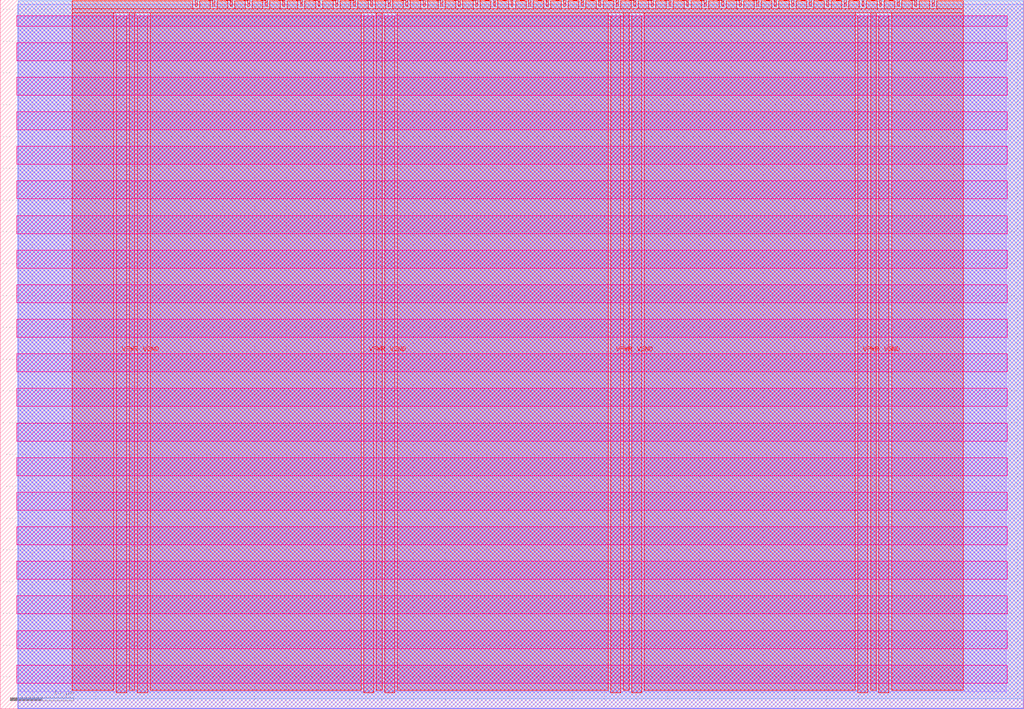
<source format=lef>
VERSION 5.7 ;
  NOWIREEXTENSIONATPIN ON ;
  DIVIDERCHAR "/" ;
  BUSBITCHARS "[]" ;
MACRO tt_um_rebeccargb_intercal_alu
  CLASS BLOCK ;
  FOREIGN tt_um_rebeccargb_intercal_alu ;
  ORIGIN 0.000 0.000 ;
  SIZE 161.000 BY 111.520 ;
  PIN VGND
    DIRECTION INOUT ;
    USE GROUND ;
    PORT
      LAYER met4 ;
        RECT 21.580 2.480 23.180 109.040 ;
    END
    PORT
      LAYER met4 ;
        RECT 60.450 2.480 62.050 109.040 ;
    END
    PORT
      LAYER met4 ;
        RECT 99.320 2.480 100.920 109.040 ;
    END
    PORT
      LAYER met4 ;
        RECT 138.190 2.480 139.790 109.040 ;
    END
  END VGND
  PIN VPWR
    DIRECTION INOUT ;
    USE POWER ;
    PORT
      LAYER met4 ;
        RECT 18.280 2.480 19.880 109.040 ;
    END
    PORT
      LAYER met4 ;
        RECT 57.150 2.480 58.750 109.040 ;
    END
    PORT
      LAYER met4 ;
        RECT 96.020 2.480 97.620 109.040 ;
    END
    PORT
      LAYER met4 ;
        RECT 134.890 2.480 136.490 109.040 ;
    END
  END VPWR
  PIN clk
    DIRECTION INPUT ;
    USE SIGNAL ;
    PORT
      LAYER met4 ;
        RECT 143.830 110.520 144.130 111.520 ;
    END
  END clk
  PIN ena
    DIRECTION INPUT ;
    USE SIGNAL ;
    PORT
      LAYER met4 ;
        RECT 146.590 110.520 146.890 111.520 ;
    END
  END ena
  PIN rst_n
    DIRECTION INPUT ;
    USE SIGNAL ;
    PORT
      LAYER met4 ;
        RECT 141.070 110.520 141.370 111.520 ;
    END
  END rst_n
  PIN ui_in[0]
    DIRECTION INPUT ;
    USE SIGNAL ;
    ANTENNAGATEAREA 0.196500 ;
    PORT
      LAYER met4 ;
        RECT 138.310 110.520 138.610 111.520 ;
    END
  END ui_in[0]
  PIN ui_in[1]
    DIRECTION INPUT ;
    USE SIGNAL ;
    ANTENNAGATEAREA 0.196500 ;
    PORT
      LAYER met4 ;
        RECT 135.550 110.520 135.850 111.520 ;
    END
  END ui_in[1]
  PIN ui_in[2]
    DIRECTION INPUT ;
    USE SIGNAL ;
    ANTENNAGATEAREA 0.213000 ;
    PORT
      LAYER met4 ;
        RECT 132.790 110.520 133.090 111.520 ;
    END
  END ui_in[2]
  PIN ui_in[3]
    DIRECTION INPUT ;
    USE SIGNAL ;
    ANTENNAGATEAREA 0.196500 ;
    PORT
      LAYER met4 ;
        RECT 130.030 110.520 130.330 111.520 ;
    END
  END ui_in[3]
  PIN ui_in[4]
    DIRECTION INPUT ;
    USE SIGNAL ;
    ANTENNAGATEAREA 0.126000 ;
    PORT
      LAYER met4 ;
        RECT 127.270 110.520 127.570 111.520 ;
    END
  END ui_in[4]
  PIN ui_in[5]
    DIRECTION INPUT ;
    USE SIGNAL ;
    ANTENNAGATEAREA 0.126000 ;
    PORT
      LAYER met4 ;
        RECT 124.510 110.520 124.810 111.520 ;
    END
  END ui_in[5]
  PIN ui_in[6]
    DIRECTION INPUT ;
    USE SIGNAL ;
    ANTENNAGATEAREA 0.126000 ;
    PORT
      LAYER met4 ;
        RECT 121.750 110.520 122.050 111.520 ;
    END
  END ui_in[6]
  PIN ui_in[7]
    DIRECTION INPUT ;
    USE SIGNAL ;
    ANTENNAGATEAREA 0.196500 ;
    PORT
      LAYER met4 ;
        RECT 118.990 110.520 119.290 111.520 ;
    END
  END ui_in[7]
  PIN uio_in[0]
    DIRECTION INPUT ;
    USE SIGNAL ;
    ANTENNAGATEAREA 0.213000 ;
    PORT
      LAYER met4 ;
        RECT 116.230 110.520 116.530 111.520 ;
    END
  END uio_in[0]
  PIN uio_in[1]
    DIRECTION INPUT ;
    USE SIGNAL ;
    ANTENNAGATEAREA 0.213000 ;
    PORT
      LAYER met4 ;
        RECT 113.470 110.520 113.770 111.520 ;
    END
  END uio_in[1]
  PIN uio_in[2]
    DIRECTION INPUT ;
    USE SIGNAL ;
    ANTENNAGATEAREA 0.213000 ;
    PORT
      LAYER met4 ;
        RECT 110.710 110.520 111.010 111.520 ;
    END
  END uio_in[2]
  PIN uio_in[3]
    DIRECTION INPUT ;
    USE SIGNAL ;
    ANTENNAGATEAREA 0.213000 ;
    PORT
      LAYER met4 ;
        RECT 107.950 110.520 108.250 111.520 ;
    END
  END uio_in[3]
  PIN uio_in[4]
    DIRECTION INPUT ;
    USE SIGNAL ;
    ANTENNAGATEAREA 0.213000 ;
    PORT
      LAYER met4 ;
        RECT 105.190 110.520 105.490 111.520 ;
    END
  END uio_in[4]
  PIN uio_in[5]
    DIRECTION INPUT ;
    USE SIGNAL ;
    ANTENNAGATEAREA 0.213000 ;
    PORT
      LAYER met4 ;
        RECT 102.430 110.520 102.730 111.520 ;
    END
  END uio_in[5]
  PIN uio_in[6]
    DIRECTION INPUT ;
    USE SIGNAL ;
    ANTENNAGATEAREA 0.213000 ;
    PORT
      LAYER met4 ;
        RECT 99.670 110.520 99.970 111.520 ;
    END
  END uio_in[6]
  PIN uio_in[7]
    DIRECTION INPUT ;
    USE SIGNAL ;
    ANTENNAGATEAREA 0.213000 ;
    PORT
      LAYER met4 ;
        RECT 96.910 110.520 97.210 111.520 ;
    END
  END uio_in[7]
  PIN uio_oe[0]
    DIRECTION OUTPUT ;
    USE SIGNAL ;
    ANTENNADIFFAREA 0.445500 ;
    PORT
      LAYER met4 ;
        RECT 49.990 110.520 50.290 111.520 ;
    END
  END uio_oe[0]
  PIN uio_oe[1]
    DIRECTION OUTPUT ;
    USE SIGNAL ;
    ANTENNADIFFAREA 0.445500 ;
    PORT
      LAYER met4 ;
        RECT 47.230 110.520 47.530 111.520 ;
    END
  END uio_oe[1]
  PIN uio_oe[2]
    DIRECTION OUTPUT ;
    USE SIGNAL ;
    ANTENNADIFFAREA 0.445500 ;
    PORT
      LAYER met4 ;
        RECT 44.470 110.520 44.770 111.520 ;
    END
  END uio_oe[2]
  PIN uio_oe[3]
    DIRECTION OUTPUT ;
    USE SIGNAL ;
    ANTENNADIFFAREA 0.445500 ;
    PORT
      LAYER met4 ;
        RECT 41.710 110.520 42.010 111.520 ;
    END
  END uio_oe[3]
  PIN uio_oe[4]
    DIRECTION OUTPUT ;
    USE SIGNAL ;
    ANTENNADIFFAREA 0.445500 ;
    PORT
      LAYER met4 ;
        RECT 38.950 110.520 39.250 111.520 ;
    END
  END uio_oe[4]
  PIN uio_oe[5]
    DIRECTION OUTPUT ;
    USE SIGNAL ;
    ANTENNADIFFAREA 0.445500 ;
    PORT
      LAYER met4 ;
        RECT 36.190 110.520 36.490 111.520 ;
    END
  END uio_oe[5]
  PIN uio_oe[6]
    DIRECTION OUTPUT ;
    USE SIGNAL ;
    ANTENNADIFFAREA 0.445500 ;
    PORT
      LAYER met4 ;
        RECT 33.430 110.520 33.730 111.520 ;
    END
  END uio_oe[6]
  PIN uio_oe[7]
    DIRECTION OUTPUT ;
    USE SIGNAL ;
    ANTENNAGATEAREA 1.113000 ;
    ANTENNADIFFAREA 1.075200 ;
    PORT
      LAYER met4 ;
        RECT 30.670 110.520 30.970 111.520 ;
    END
  END uio_oe[7]
  PIN uio_out[0]
    DIRECTION OUTPUT ;
    USE SIGNAL ;
    ANTENNAGATEAREA 0.159000 ;
    ANTENNADIFFAREA 0.891000 ;
    PORT
      LAYER met4 ;
        RECT 72.070 110.520 72.370 111.520 ;
    END
  END uio_out[0]
  PIN uio_out[1]
    DIRECTION OUTPUT ;
    USE SIGNAL ;
    ANTENNAGATEAREA 0.159000 ;
    ANTENNADIFFAREA 0.891000 ;
    PORT
      LAYER met4 ;
        RECT 69.310 110.520 69.610 111.520 ;
    END
  END uio_out[1]
  PIN uio_out[2]
    DIRECTION OUTPUT ;
    USE SIGNAL ;
    ANTENNAGATEAREA 0.159000 ;
    ANTENNADIFFAREA 0.891000 ;
    PORT
      LAYER met4 ;
        RECT 66.550 110.520 66.850 111.520 ;
    END
  END uio_out[2]
  PIN uio_out[3]
    DIRECTION OUTPUT ;
    USE SIGNAL ;
    ANTENNAGATEAREA 0.213000 ;
    ANTENNADIFFAREA 0.891000 ;
    PORT
      LAYER met4 ;
        RECT 63.790 110.520 64.090 111.520 ;
    END
  END uio_out[3]
  PIN uio_out[4]
    DIRECTION OUTPUT ;
    USE SIGNAL ;
    ANTENNAGATEAREA 0.159000 ;
    ANTENNADIFFAREA 1.484000 ;
    PORT
      LAYER met4 ;
        RECT 61.030 110.520 61.330 111.520 ;
    END
  END uio_out[4]
  PIN uio_out[5]
    DIRECTION OUTPUT ;
    USE SIGNAL ;
    ANTENNAGATEAREA 0.213000 ;
    ANTENNADIFFAREA 0.891000 ;
    PORT
      LAYER met4 ;
        RECT 58.270 110.520 58.570 111.520 ;
    END
  END uio_out[5]
  PIN uio_out[6]
    DIRECTION OUTPUT ;
    USE SIGNAL ;
    ANTENNAGATEAREA 0.159000 ;
    ANTENNADIFFAREA 0.891000 ;
    PORT
      LAYER met4 ;
        RECT 55.510 110.520 55.810 111.520 ;
    END
  END uio_out[6]
  PIN uio_out[7]
    DIRECTION OUTPUT ;
    USE SIGNAL ;
    ANTENNAGATEAREA 0.159000 ;
    ANTENNADIFFAREA 0.891000 ;
    PORT
      LAYER met4 ;
        RECT 52.750 110.520 53.050 111.520 ;
    END
  END uio_out[7]
  PIN uo_out[0]
    DIRECTION OUTPUT ;
    USE SIGNAL ;
    ANTENNADIFFAREA 0.445500 ;
    PORT
      LAYER met4 ;
        RECT 94.150 110.520 94.450 111.520 ;
    END
  END uo_out[0]
  PIN uo_out[1]
    DIRECTION OUTPUT ;
    USE SIGNAL ;
    ANTENNADIFFAREA 0.445500 ;
    PORT
      LAYER met4 ;
        RECT 91.390 110.520 91.690 111.520 ;
    END
  END uo_out[1]
  PIN uo_out[2]
    DIRECTION OUTPUT ;
    USE SIGNAL ;
    ANTENNADIFFAREA 0.445500 ;
    PORT
      LAYER met4 ;
        RECT 88.630 110.520 88.930 111.520 ;
    END
  END uo_out[2]
  PIN uo_out[3]
    DIRECTION OUTPUT ;
    USE SIGNAL ;
    ANTENNADIFFAREA 0.795200 ;
    PORT
      LAYER met4 ;
        RECT 85.870 110.520 86.170 111.520 ;
    END
  END uo_out[3]
  PIN uo_out[4]
    DIRECTION OUTPUT ;
    USE SIGNAL ;
    ANTENNADIFFAREA 0.445500 ;
    PORT
      LAYER met4 ;
        RECT 83.110 110.520 83.410 111.520 ;
    END
  END uo_out[4]
  PIN uo_out[5]
    DIRECTION OUTPUT ;
    USE SIGNAL ;
    ANTENNADIFFAREA 0.795200 ;
    PORT
      LAYER met4 ;
        RECT 80.350 110.520 80.650 111.520 ;
    END
  END uo_out[5]
  PIN uo_out[6]
    DIRECTION OUTPUT ;
    USE SIGNAL ;
    ANTENNADIFFAREA 0.445500 ;
    PORT
      LAYER met4 ;
        RECT 77.590 110.520 77.890 111.520 ;
    END
  END uo_out[6]
  PIN uo_out[7]
    DIRECTION OUTPUT ;
    USE SIGNAL ;
    ANTENNADIFFAREA 0.445500 ;
    PORT
      LAYER met4 ;
        RECT 74.830 110.520 75.130 111.520 ;
    END
  END uo_out[7]
  OBS
      LAYER nwell ;
        RECT 2.570 107.385 158.430 108.990 ;
        RECT 2.570 101.945 158.430 104.775 ;
        RECT 2.570 96.505 158.430 99.335 ;
        RECT 2.570 91.065 158.430 93.895 ;
        RECT 2.570 85.625 158.430 88.455 ;
        RECT 2.570 80.185 158.430 83.015 ;
        RECT 2.570 74.745 158.430 77.575 ;
        RECT 2.570 69.305 158.430 72.135 ;
        RECT 2.570 63.865 158.430 66.695 ;
        RECT 2.570 58.425 158.430 61.255 ;
        RECT 2.570 52.985 158.430 55.815 ;
        RECT 2.570 47.545 158.430 50.375 ;
        RECT 2.570 42.105 158.430 44.935 ;
        RECT 2.570 36.665 158.430 39.495 ;
        RECT 2.570 31.225 158.430 34.055 ;
        RECT 2.570 25.785 158.430 28.615 ;
        RECT 2.570 20.345 158.430 23.175 ;
        RECT 2.570 14.905 158.430 17.735 ;
        RECT 2.570 9.465 158.430 12.295 ;
        RECT 2.570 4.025 158.430 6.855 ;
      LAYER li1 ;
        RECT 2.760 2.635 158.240 108.885 ;
      LAYER met1 ;
        RECT 2.760 0.040 160.930 110.800 ;
      LAYER met2 ;
        RECT 2.850 0.010 160.910 111.365 ;
      LAYER met3 ;
        RECT 2.825 1.535 160.935 111.345 ;
      LAYER met4 ;
        RECT 11.335 110.120 30.270 111.345 ;
        RECT 31.370 110.120 33.030 111.345 ;
        RECT 34.130 110.120 35.790 111.345 ;
        RECT 36.890 110.120 38.550 111.345 ;
        RECT 39.650 110.120 41.310 111.345 ;
        RECT 42.410 110.120 44.070 111.345 ;
        RECT 45.170 110.120 46.830 111.345 ;
        RECT 47.930 110.120 49.590 111.345 ;
        RECT 50.690 110.120 52.350 111.345 ;
        RECT 53.450 110.120 55.110 111.345 ;
        RECT 56.210 110.120 57.870 111.345 ;
        RECT 58.970 110.120 60.630 111.345 ;
        RECT 61.730 110.120 63.390 111.345 ;
        RECT 64.490 110.120 66.150 111.345 ;
        RECT 67.250 110.120 68.910 111.345 ;
        RECT 70.010 110.120 71.670 111.345 ;
        RECT 72.770 110.120 74.430 111.345 ;
        RECT 75.530 110.120 77.190 111.345 ;
        RECT 78.290 110.120 79.950 111.345 ;
        RECT 81.050 110.120 82.710 111.345 ;
        RECT 83.810 110.120 85.470 111.345 ;
        RECT 86.570 110.120 88.230 111.345 ;
        RECT 89.330 110.120 90.990 111.345 ;
        RECT 92.090 110.120 93.750 111.345 ;
        RECT 94.850 110.120 96.510 111.345 ;
        RECT 97.610 110.120 99.270 111.345 ;
        RECT 100.370 110.120 102.030 111.345 ;
        RECT 103.130 110.120 104.790 111.345 ;
        RECT 105.890 110.120 107.550 111.345 ;
        RECT 108.650 110.120 110.310 111.345 ;
        RECT 111.410 110.120 113.070 111.345 ;
        RECT 114.170 110.120 115.830 111.345 ;
        RECT 116.930 110.120 118.590 111.345 ;
        RECT 119.690 110.120 121.350 111.345 ;
        RECT 122.450 110.120 124.110 111.345 ;
        RECT 125.210 110.120 126.870 111.345 ;
        RECT 127.970 110.120 129.630 111.345 ;
        RECT 130.730 110.120 132.390 111.345 ;
        RECT 133.490 110.120 135.150 111.345 ;
        RECT 136.250 110.120 137.910 111.345 ;
        RECT 139.010 110.120 140.670 111.345 ;
        RECT 141.770 110.120 143.430 111.345 ;
        RECT 144.530 110.120 146.190 111.345 ;
        RECT 147.290 110.120 151.505 111.345 ;
        RECT 11.335 109.440 151.505 110.120 ;
        RECT 11.335 2.895 17.880 109.440 ;
        RECT 20.280 2.895 21.180 109.440 ;
        RECT 23.580 2.895 56.750 109.440 ;
        RECT 59.150 2.895 60.050 109.440 ;
        RECT 62.450 2.895 95.620 109.440 ;
        RECT 98.020 2.895 98.920 109.440 ;
        RECT 101.320 2.895 134.490 109.440 ;
        RECT 136.890 2.895 137.790 109.440 ;
        RECT 140.190 2.895 151.505 109.440 ;
  END
END tt_um_rebeccargb_intercal_alu
END LIBRARY


</source>
